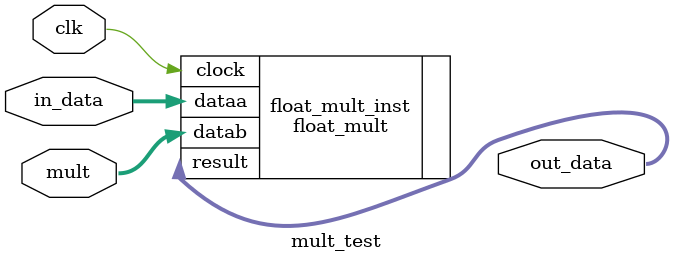
<source format=sv>
module mult_test(	input 	logic 	clk,
						input 	logic [31:0] in_data,
						input 	logic [31:0] mult,
						output 	logic [31:0] out_data);
	
	float_mult float_mult_inst( .clock(clk), .dataa(in_data), 
					.datab(mult), .result(out_data));
						
	
endmodule
</source>
